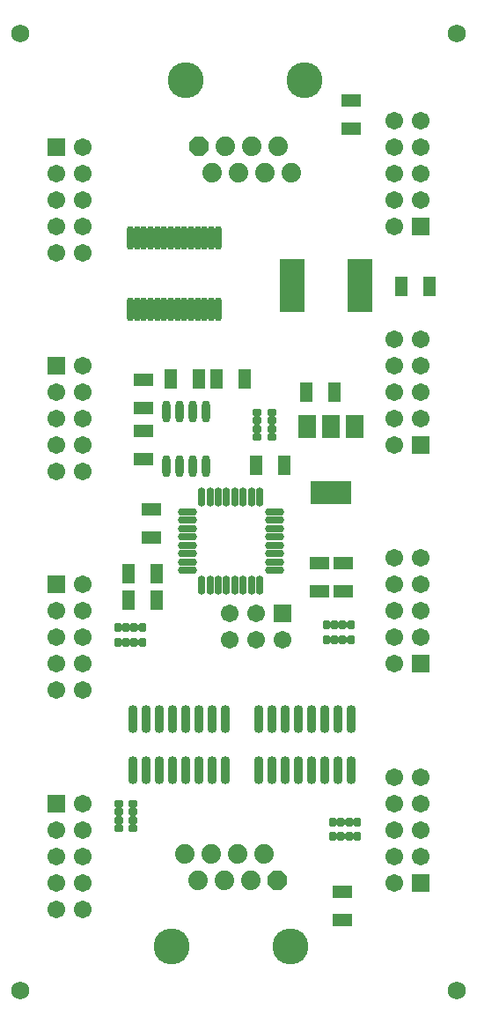
<source format=gts>
G04 Layer_Color=8388736*
%FSAX44Y44*%
%MOMM*%
G71*
G01*
G75*
%ADD43R,2.4130X5.0800*%
%ADD44R,0.5080X2.0320*%
%ADD45R,0.5080X2.4130*%
%ADD46R,2.5400X0.5080*%
%ADD47R,2.2860X0.5080*%
%ADD48R,2.6670X0.5080*%
%ADD49R,0.5080X1.9050*%
%ADD50R,2.3532X0.6032*%
%ADD51R,2.3532X0.6032*%
%ADD52R,1.9032X1.3032*%
G04:AMPARAMS|DCode=53|XSize=0.7032mm|YSize=0.9032mm|CornerRadius=0.2266mm|HoleSize=0mm|Usage=FLASHONLY|Rotation=90.000|XOffset=0mm|YOffset=0mm|HoleType=Round|Shape=RoundedRectangle|*
%AMROUNDEDRECTD53*
21,1,0.7032,0.4500,0,0,90.0*
21,1,0.2500,0.9032,0,0,90.0*
1,1,0.4532,0.2250,0.1250*
1,1,0.4532,0.2250,-0.1250*
1,1,0.4532,-0.2250,-0.1250*
1,1,0.4532,-0.2250,0.1250*
%
%ADD53ROUNDEDRECTD53*%
G04:AMPARAMS|DCode=54|XSize=0.7032mm|YSize=0.9032mm|CornerRadius=0.2266mm|HoleSize=0mm|Usage=FLASHONLY|Rotation=0.000|XOffset=0mm|YOffset=0mm|HoleType=Round|Shape=RoundedRectangle|*
%AMROUNDEDRECTD54*
21,1,0.7032,0.4500,0,0,0.0*
21,1,0.2500,0.9032,0,0,0.0*
1,1,0.4532,0.1250,-0.2250*
1,1,0.4532,-0.1250,-0.2250*
1,1,0.4532,-0.1250,0.2250*
1,1,0.4532,0.1250,0.2250*
%
%ADD54ROUNDEDRECTD54*%
%ADD55R,1.3032X1.9032*%
%ADD56O,0.9032X2.7032*%
%ADD57O,1.8532X0.7532*%
%ADD58O,0.7532X1.8532*%
%ADD59O,0.8032X2.1032*%
%ADD60R,1.7272X2.2352*%
%ADD61R,4.0132X2.2352*%
%ADD62O,0.6532X2.3032*%
%ADD63C,1.8796*%
%ADD64P,2.0345X8X22.5*%
%ADD65C,3.4532*%
%ADD66C,1.7032*%
%ADD67R,1.7032X1.7032*%
%ADD68C,1.7272*%
D43*
X00466395Y00917550D02*
D03*
X00401625D02*
D03*
D44*
X00248590Y00408280D02*
D03*
X00367970Y00784200D02*
D03*
D45*
X00234620Y00408915D02*
D03*
D46*
X00451790Y00387960D02*
D03*
X00445440Y00577190D02*
D03*
X00246050Y00574650D02*
D03*
X00244780Y00588620D02*
D03*
D47*
X00451790Y00401930D02*
D03*
D48*
X00444805Y00591160D02*
D03*
D49*
X00381940Y00783565D02*
D03*
D50*
X00401260Y00940300D02*
D03*
D51*
Y00933800D02*
D03*
Y00927300D02*
D03*
Y00920800D02*
D03*
Y00914300D02*
D03*
Y00907800D02*
D03*
Y00901300D02*
D03*
Y00894800D02*
D03*
X00466760Y00940300D02*
D03*
Y00933800D02*
D03*
Y00927300D02*
D03*
Y00920800D02*
D03*
Y00914300D02*
D03*
Y00907800D02*
D03*
Y00901300D02*
D03*
Y00894800D02*
D03*
D52*
X00449444Y00334711D02*
D03*
Y00307710D02*
D03*
X00258750Y00799910D02*
D03*
Y00826910D02*
D03*
Y00777380D02*
D03*
Y00750380D02*
D03*
X00427660Y00650380D02*
D03*
Y00623380D02*
D03*
X00266370Y00675450D02*
D03*
Y00702450D02*
D03*
X00450520Y00623380D02*
D03*
Y00650380D02*
D03*
X00458140Y01067880D02*
D03*
Y01094880D02*
D03*
D53*
X00367970Y00795630D02*
D03*
Y00787630D02*
D03*
Y00779630D02*
D03*
Y00771630D02*
D03*
X00381970Y00795630D02*
D03*
X00381970Y00787630D02*
D03*
Y00779630D02*
D03*
Y00771630D02*
D03*
X00234620Y00419710D02*
D03*
Y00411710D02*
D03*
Y00403710D02*
D03*
Y00395710D02*
D03*
X00248620Y00419710D02*
D03*
X00248620Y00411710D02*
D03*
Y00403710D02*
D03*
Y00395710D02*
D03*
D54*
X00257480Y00588620D02*
D03*
X00249480D02*
D03*
X00241480D02*
D03*
X00233480D02*
D03*
X00257480Y00574620D02*
D03*
X00249480Y00574620D02*
D03*
X00241480D02*
D03*
X00233480D02*
D03*
X00458140Y00591160D02*
D03*
X00450140D02*
D03*
X00442140D02*
D03*
X00434140D02*
D03*
X00458140Y00577160D02*
D03*
X00450140Y00577160D02*
D03*
X00442140D02*
D03*
X00434140D02*
D03*
X00440360Y00387960D02*
D03*
X00448360D02*
D03*
X00456360D02*
D03*
X00464360D02*
D03*
X00440360Y00401960D02*
D03*
X00448360Y00401960D02*
D03*
X00456360D02*
D03*
X00464360D02*
D03*
D55*
X00270980Y00615290D02*
D03*
X00243980D02*
D03*
X00270980Y00640690D02*
D03*
X00243980D02*
D03*
X00367170Y00744830D02*
D03*
X00394170D02*
D03*
X00311620Y00827380D02*
D03*
X00284620D02*
D03*
X00356070D02*
D03*
X00329070D02*
D03*
X00442430Y00814680D02*
D03*
X00415430D02*
D03*
X00533870Y00916280D02*
D03*
X00506870D02*
D03*
D56*
X00324790Y00500460D02*
D03*
X00312090D02*
D03*
X00299390D02*
D03*
X00286690D02*
D03*
X00273990D02*
D03*
X00261290D02*
D03*
X00248590D02*
D03*
X00324790Y00451460D02*
D03*
X00312090D02*
D03*
X00299390D02*
D03*
X00286690D02*
D03*
X00273990D02*
D03*
X00261290D02*
D03*
X00248590D02*
D03*
X00337490D02*
D03*
Y00500460D02*
D03*
X00445440D02*
D03*
X00432740D02*
D03*
X00420040D02*
D03*
X00407340D02*
D03*
X00394640D02*
D03*
X00381940D02*
D03*
X00369240D02*
D03*
X00445440Y00451460D02*
D03*
X00432740D02*
D03*
X00420040D02*
D03*
X00407340D02*
D03*
X00394640D02*
D03*
X00381940D02*
D03*
X00369240D02*
D03*
X00458140D02*
D03*
Y00500460D02*
D03*
D57*
X00300380Y00699837D02*
D03*
Y00691837D02*
D03*
Y00683837D02*
D03*
Y00675837D02*
D03*
Y00667837D02*
D03*
Y00659837D02*
D03*
Y00651837D02*
D03*
Y00643837D02*
D03*
X00384380D02*
D03*
Y00651837D02*
D03*
Y00659837D02*
D03*
Y00667837D02*
D03*
Y00675837D02*
D03*
Y00683837D02*
D03*
Y00691837D02*
D03*
Y00699837D02*
D03*
D58*
X00314380Y00629837D02*
D03*
X00322380D02*
D03*
X00330380D02*
D03*
X00338380D02*
D03*
X00346380D02*
D03*
X00354380D02*
D03*
X00362380D02*
D03*
X00370380D02*
D03*
Y00713837D02*
D03*
X00362380D02*
D03*
X00354380D02*
D03*
X00346380D02*
D03*
X00338380D02*
D03*
X00330380D02*
D03*
X00322380D02*
D03*
X00314380D02*
D03*
D59*
X00318440Y00796270D02*
D03*
X00305740D02*
D03*
X00293040D02*
D03*
X00280340D02*
D03*
X00318440Y00744190D02*
D03*
X00305740D02*
D03*
X00293040D02*
D03*
X00280340D02*
D03*
D60*
X00461950Y00781660D02*
D03*
X00438836D02*
D03*
X00415722D02*
D03*
D61*
X00438836Y00718668D02*
D03*
D62*
X00330210Y00963480D02*
D03*
X00323710D02*
D03*
X00317210D02*
D03*
X00310710D02*
D03*
X00304210D02*
D03*
X00297710D02*
D03*
X00291210D02*
D03*
X00284710D02*
D03*
X00278210D02*
D03*
X00271710D02*
D03*
X00265210D02*
D03*
X00258710D02*
D03*
X00252210D02*
D03*
X00245710D02*
D03*
X00330210Y00894480D02*
D03*
X00323710D02*
D03*
X00317210D02*
D03*
X00310710D02*
D03*
X00304210D02*
D03*
X00297710D02*
D03*
X00291210D02*
D03*
X00284710D02*
D03*
X00278210D02*
D03*
X00271710D02*
D03*
X00265210D02*
D03*
X00258710D02*
D03*
X00252210D02*
D03*
X00245710D02*
D03*
D63*
X00298130Y00371450D02*
D03*
X00310830Y00346050D02*
D03*
X00323530Y00371450D02*
D03*
X00336230Y00346050D02*
D03*
X00348930Y00371450D02*
D03*
X00361630Y00346050D02*
D03*
X00374330Y00371450D02*
D03*
X00324780Y01025500D02*
D03*
X00337480Y01050900D02*
D03*
X00350180Y01025500D02*
D03*
X00362880Y01050900D02*
D03*
X00375580Y01025500D02*
D03*
X00388280Y01050900D02*
D03*
X00400980Y01025500D02*
D03*
D64*
X00387030Y00346050D02*
D03*
X00312080Y01050900D02*
D03*
D65*
X00285410Y00282550D02*
D03*
X00399730D02*
D03*
X00299380Y01114400D02*
D03*
X00413700D02*
D03*
D66*
X00499600Y00445400D02*
D03*
X00525000D02*
D03*
Y00369200D02*
D03*
Y00394600D02*
D03*
Y00420000D02*
D03*
X00499600Y00343800D02*
D03*
Y00369200D02*
D03*
Y00394600D02*
D03*
Y00420000D02*
D03*
Y00630000D02*
D03*
Y00604600D02*
D03*
Y00579200D02*
D03*
Y00553800D02*
D03*
X00525000Y00630000D02*
D03*
Y00604600D02*
D03*
Y00579200D02*
D03*
Y00655400D02*
D03*
X00499600D02*
D03*
Y00865400D02*
D03*
X00525000D02*
D03*
Y00789200D02*
D03*
Y00814600D02*
D03*
Y00840000D02*
D03*
X00499600Y00763800D02*
D03*
Y00789200D02*
D03*
Y00814600D02*
D03*
Y00840000D02*
D03*
Y01050000D02*
D03*
Y01024600D02*
D03*
Y00999200D02*
D03*
Y00973800D02*
D03*
X00525000Y01050000D02*
D03*
Y01024600D02*
D03*
Y00999200D02*
D03*
Y01075400D02*
D03*
X00499600D02*
D03*
X00200400Y00318400D02*
D03*
X00175000D02*
D03*
Y00394600D02*
D03*
Y00369200D02*
D03*
Y00343800D02*
D03*
X00200400Y00420000D02*
D03*
Y00394600D02*
D03*
Y00369200D02*
D03*
Y00343800D02*
D03*
Y00553800D02*
D03*
Y00579200D02*
D03*
Y00604600D02*
D03*
Y00630000D02*
D03*
X00175000Y00553800D02*
D03*
Y00579200D02*
D03*
Y00604600D02*
D03*
Y00528400D02*
D03*
X00200400D02*
D03*
Y00738400D02*
D03*
X00175000D02*
D03*
Y00814600D02*
D03*
Y00789200D02*
D03*
Y00763800D02*
D03*
X00200400Y00840000D02*
D03*
Y00814600D02*
D03*
Y00789200D02*
D03*
Y00763800D02*
D03*
Y00973800D02*
D03*
Y00999200D02*
D03*
Y01024600D02*
D03*
Y01050000D02*
D03*
X00175000Y00973800D02*
D03*
Y00999200D02*
D03*
Y01024600D02*
D03*
Y00948400D02*
D03*
X00200400D02*
D03*
X00366700Y00602590D02*
D03*
Y00577190D02*
D03*
X00341300Y00602590D02*
D03*
Y00577190D02*
D03*
X00392100D02*
D03*
D67*
X00525000Y00343800D02*
D03*
Y00553800D02*
D03*
Y00763800D02*
D03*
Y00973800D02*
D03*
X00175000Y00420000D02*
D03*
Y00630000D02*
D03*
Y00840000D02*
D03*
Y01050000D02*
D03*
X00392100Y00602590D02*
D03*
D68*
X00560000Y01160000D02*
D03*
X00140000D02*
D03*
X00560000Y00240000D02*
D03*
X00140000D02*
D03*
M02*

</source>
